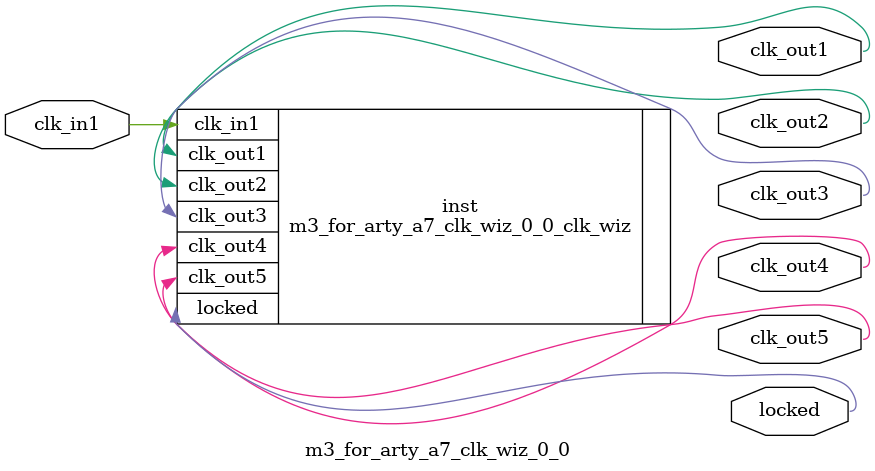
<source format=v>


`timescale 1ps/1ps

(* CORE_GENERATION_INFO = "m3_for_arty_a7_clk_wiz_0_0,clk_wiz_v6_0_3_0_0,{component_name=m3_for_arty_a7_clk_wiz_0_0,use_phase_alignment=true,use_min_o_jitter=false,use_max_i_jitter=false,use_dyn_phase_shift=false,use_inclk_switchover=false,use_dyn_reconfig=false,enable_axi=0,feedback_source=FDBK_AUTO,PRIMITIVE=MMCM,num_out_clk=5,clkin1_period=10.000,clkin2_period=10.000,use_power_down=false,use_reset=false,use_locked=true,use_inclk_stopped=false,feedback_type=SINGLE,CLOCK_MGR_TYPE=NA,manual_override=false}" *)

module m3_for_arty_a7_clk_wiz_0_0 
 (
  // Clock out ports
  output        clk_out1,
  output        clk_out2,
  output        clk_out3,
  output        clk_out4,
  output        clk_out5,
  // Status and control signals
  output        locked,
 // Clock in ports
  input         clk_in1
 );

  m3_for_arty_a7_clk_wiz_0_0_clk_wiz inst
  (
  // Clock out ports  
  .clk_out1(clk_out1),
  .clk_out2(clk_out2),
  .clk_out3(clk_out3),
  .clk_out4(clk_out4),
  .clk_out5(clk_out5),
  // Status and control signals               
  .locked(locked),
 // Clock in ports
  .clk_in1(clk_in1)
  );

endmodule

</source>
